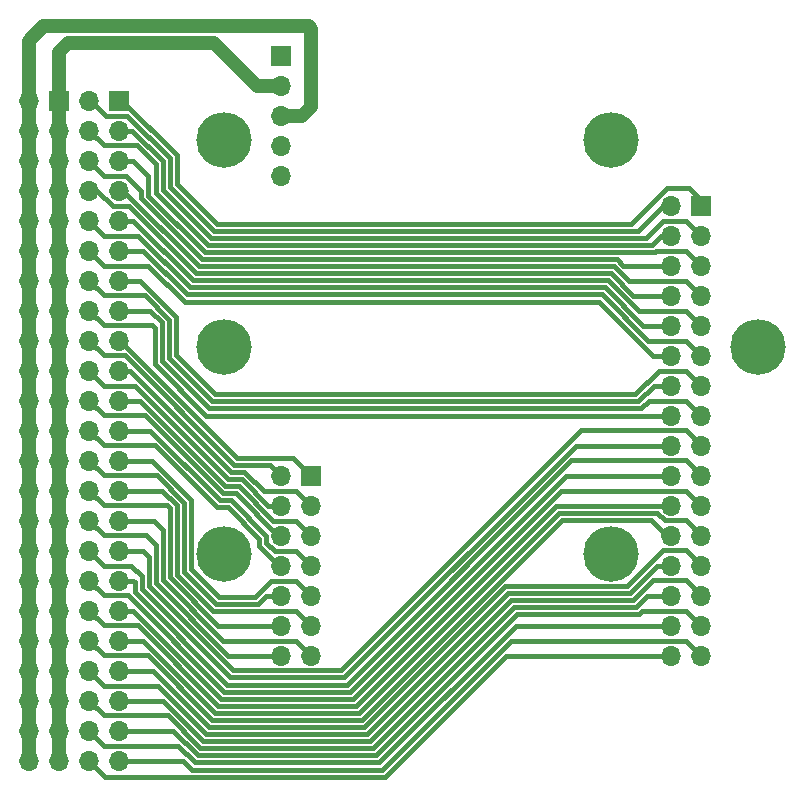
<source format=gbr>
%TF.GenerationSoftware,KiCad,Pcbnew,(5.1.7)-1*%
%TF.CreationDate,2023-11-14T09:03:03-07:00*%
%TF.ProjectId,SIOST,53494f53-542e-46b6-9963-61645f706362,rev?*%
%TF.SameCoordinates,PX6a95280PY5a1c5c0*%
%TF.FileFunction,Copper,L1,Top*%
%TF.FilePolarity,Positive*%
%FSLAX46Y46*%
G04 Gerber Fmt 4.6, Leading zero omitted, Abs format (unit mm)*
G04 Created by KiCad (PCBNEW (5.1.7)-1) date 2023-11-14 09:03:03*
%MOMM*%
%LPD*%
G01*
G04 APERTURE LIST*
%TA.AperFunction,ComponentPad*%
%ADD10O,1.700000X1.700000*%
%TD*%
%TA.AperFunction,ComponentPad*%
%ADD11R,1.700000X1.700000*%
%TD*%
%TA.AperFunction,ComponentPad*%
%ADD12C,4.700000*%
%TD*%
%TA.AperFunction,Conductor*%
%ADD13C,0.400000*%
%TD*%
%TA.AperFunction,Conductor*%
%ADD14C,1.200000*%
%TD*%
G04 APERTURE END LIST*
D10*
%TO.P,J4,14*%
%TO.N,/D31*%
X23876000Y11176000D03*
%TO.P,J4,13*%
%TO.N,/D30*%
X26416000Y11176000D03*
%TO.P,J4,12*%
%TO.N,/D29*%
X23876000Y13716000D03*
%TO.P,J4,11*%
%TO.N,/D28*%
X26416000Y13716000D03*
%TO.P,J4,10*%
%TO.N,/D27*%
X23876000Y16256000D03*
%TO.P,J4,9*%
%TO.N,/D26*%
X26416000Y16256000D03*
%TO.P,J4,8*%
%TO.N,/D25*%
X23876000Y18796000D03*
%TO.P,J4,7*%
%TO.N,/D24*%
X26416000Y18796000D03*
%TO.P,J4,6*%
%TO.N,/D23*%
X23876000Y21336000D03*
%TO.P,J4,5*%
%TO.N,/D22*%
X26416000Y21336000D03*
%TO.P,J4,4*%
%TO.N,/D21*%
X23876000Y23876000D03*
%TO.P,J4,3*%
%TO.N,/D20*%
X26416000Y23876000D03*
%TO.P,J4,2*%
%TO.N,/D19*%
X23876000Y26416000D03*
D11*
%TO.P,J4,1*%
%TO.N,/D18*%
X26416000Y26416000D03*
%TD*%
D12*
%TO.P,REF\u002A\u002A,1*%
%TO.N,N/C*%
X64262000Y37338000D03*
%TD*%
%TO.P,REF\u002A\u002A,1*%
%TO.N,N/C*%
X51816000Y19812000D03*
%TD*%
%TO.P,REF\u002A\u002A,1*%
%TO.N,N/C*%
X19050000Y54864000D03*
%TD*%
%TO.P,REF\u002A\u002A,1*%
%TO.N,N/C*%
X19050000Y37338000D03*
%TD*%
%TO.P,REF\u002A\u002A,1*%
%TO.N,N/C*%
X51816000Y54864000D03*
%TD*%
D10*
%TO.P,J2,46*%
%TO.N,/5V*%
X2540000Y2286000D03*
%TO.P,J2,45*%
%TO.N,/GND*%
X5080000Y2286000D03*
%TO.P,J2,44*%
%TO.N,/5V*%
X2540000Y4826000D03*
%TO.P,J2,43*%
%TO.N,/GND*%
X5080000Y4826000D03*
%TO.P,J2,42*%
%TO.N,/5V*%
X2540000Y7366000D03*
%TO.P,J2,41*%
%TO.N,/GND*%
X5080000Y7366000D03*
%TO.P,J2,40*%
%TO.N,/5V*%
X2540000Y9906000D03*
%TO.P,J2,39*%
%TO.N,/GND*%
X5080000Y9906000D03*
%TO.P,J2,38*%
%TO.N,/5V*%
X2540000Y12446000D03*
%TO.P,J2,37*%
%TO.N,/GND*%
X5080000Y12446000D03*
%TO.P,J2,36*%
%TO.N,/5V*%
X2540000Y14986000D03*
%TO.P,J2,35*%
%TO.N,/GND*%
X5080000Y14986000D03*
%TO.P,J2,34*%
%TO.N,/5V*%
X2540000Y17526000D03*
%TO.P,J2,33*%
%TO.N,/GND*%
X5080000Y17526000D03*
%TO.P,J2,32*%
%TO.N,/5V*%
X2540000Y20066000D03*
%TO.P,J2,31*%
%TO.N,/GND*%
X5080000Y20066000D03*
%TO.P,J2,30*%
%TO.N,/5V*%
X2540000Y22606000D03*
%TO.P,J2,29*%
%TO.N,/GND*%
X5080000Y22606000D03*
%TO.P,J2,28*%
%TO.N,/5V*%
X2540000Y25146000D03*
%TO.P,J2,27*%
%TO.N,/GND*%
X5080000Y25146000D03*
%TO.P,J2,26*%
%TO.N,/5V*%
X2540000Y27686000D03*
%TO.P,J2,25*%
%TO.N,/GND*%
X5080000Y27686000D03*
%TO.P,J2,24*%
%TO.N,/5V*%
X2540000Y30226000D03*
%TO.P,J2,23*%
%TO.N,/GND*%
X5080000Y30226000D03*
%TO.P,J2,22*%
%TO.N,/5V*%
X2540000Y32766000D03*
%TO.P,J2,21*%
%TO.N,/GND*%
X5080000Y32766000D03*
%TO.P,J2,20*%
%TO.N,/5V*%
X2540000Y35306000D03*
%TO.P,J2,19*%
%TO.N,/GND*%
X5080000Y35306000D03*
%TO.P,J2,18*%
%TO.N,/5V*%
X2540000Y37846000D03*
%TO.P,J2,17*%
%TO.N,/GND*%
X5080000Y37846000D03*
%TO.P,J2,16*%
%TO.N,/5V*%
X2540000Y40386000D03*
%TO.P,J2,15*%
%TO.N,/GND*%
X5080000Y40386000D03*
%TO.P,J2,14*%
%TO.N,/5V*%
X2540000Y42926000D03*
%TO.P,J2,13*%
%TO.N,/GND*%
X5080000Y42926000D03*
%TO.P,J2,12*%
%TO.N,/5V*%
X2540000Y45466000D03*
%TO.P,J2,11*%
%TO.N,/GND*%
X5080000Y45466000D03*
%TO.P,J2,10*%
%TO.N,/5V*%
X2540000Y48006000D03*
%TO.P,J2,9*%
%TO.N,/GND*%
X5080000Y48006000D03*
%TO.P,J2,8*%
%TO.N,/5V*%
X2540000Y50546000D03*
%TO.P,J2,7*%
%TO.N,/GND*%
X5080000Y50546000D03*
%TO.P,J2,6*%
%TO.N,/5V*%
X2540000Y53086000D03*
%TO.P,J2,5*%
%TO.N,/GND*%
X5080000Y53086000D03*
%TO.P,J2,4*%
%TO.N,/5V*%
X2540000Y55626000D03*
%TO.P,J2,3*%
%TO.N,/GND*%
X5080000Y55626000D03*
%TO.P,J2,2*%
%TO.N,/5V*%
X2540000Y58166000D03*
D11*
%TO.P,J2,1*%
%TO.N,/GND*%
X5080000Y58166000D03*
%TD*%
D10*
%TO.P,J5,32*%
%TO.N,/D47*%
X56896000Y11176000D03*
%TO.P,J5,31*%
%TO.N,/D46*%
X59436000Y11176000D03*
%TO.P,J5,30*%
%TO.N,/D45*%
X56896000Y13716000D03*
%TO.P,J5,29*%
%TO.N,/D44*%
X59436000Y13716000D03*
%TO.P,J5,28*%
%TO.N,/D43*%
X56896000Y16256000D03*
%TO.P,J5,27*%
%TO.N,/D42*%
X59436000Y16256000D03*
%TO.P,J5,26*%
%TO.N,/D41*%
X56896000Y18796000D03*
%TO.P,J5,25*%
%TO.N,/D40*%
X59436000Y18796000D03*
%TO.P,J5,24*%
%TO.N,/D39*%
X56896000Y21336000D03*
%TO.P,J5,23*%
%TO.N,/D38*%
X59436000Y21336000D03*
%TO.P,J5,22*%
%TO.N,/D37*%
X56896000Y23876000D03*
%TO.P,J5,21*%
%TO.N,/D36*%
X59436000Y23876000D03*
%TO.P,J5,20*%
%TO.N,/D35*%
X56896000Y26416000D03*
%TO.P,J5,19*%
%TO.N,/D34*%
X59436000Y26416000D03*
%TO.P,J5,18*%
%TO.N,/D33*%
X56896000Y28956000D03*
%TO.P,J5,17*%
%TO.N,/D32*%
X59436000Y28956000D03*
%TO.P,J5,16*%
%TO.N,/A15*%
X56896000Y31496000D03*
%TO.P,J5,15*%
%TO.N,/A14*%
X59436000Y31496000D03*
%TO.P,J5,14*%
%TO.N,/A13*%
X56896000Y34036000D03*
%TO.P,J5,13*%
%TO.N,/A12*%
X59436000Y34036000D03*
%TO.P,J5,12*%
%TO.N,/A11*%
X56896000Y36576000D03*
%TO.P,J5,11*%
%TO.N,/A10*%
X59436000Y36576000D03*
%TO.P,J5,10*%
%TO.N,/A9*%
X56896000Y39116000D03*
%TO.P,J5,9*%
%TO.N,/A8*%
X59436000Y39116000D03*
%TO.P,J5,8*%
%TO.N,/A7*%
X56896000Y41656000D03*
%TO.P,J5,7*%
%TO.N,/A6*%
X59436000Y41656000D03*
%TO.P,J5,6*%
%TO.N,/A5*%
X56896000Y44196000D03*
%TO.P,J5,5*%
%TO.N,/A4*%
X59436000Y44196000D03*
%TO.P,J5,4*%
%TO.N,/A3*%
X56896000Y46736000D03*
%TO.P,J5,3*%
%TO.N,/A2*%
X59436000Y46736000D03*
%TO.P,J5,2*%
%TO.N,/A1*%
X56896000Y49276000D03*
D11*
%TO.P,J5,1*%
%TO.N,/A0*%
X59436000Y49276000D03*
%TD*%
D10*
%TO.P,J3,46*%
%TO.N,/D47*%
X7620000Y2286000D03*
%TO.P,J3,45*%
%TO.N,/D46*%
X10160000Y2286000D03*
%TO.P,J3,44*%
%TO.N,/D45*%
X7620000Y4826000D03*
%TO.P,J3,43*%
%TO.N,/D44*%
X10160000Y4826000D03*
%TO.P,J3,42*%
%TO.N,/D43*%
X7620000Y7366000D03*
%TO.P,J3,41*%
%TO.N,/D42*%
X10160000Y7366000D03*
%TO.P,J3,40*%
%TO.N,/D41*%
X7620000Y9906000D03*
%TO.P,J3,39*%
%TO.N,/D40*%
X10160000Y9906000D03*
%TO.P,J3,38*%
%TO.N,/D39*%
X7620000Y12446000D03*
%TO.P,J3,37*%
%TO.N,/D38*%
X10160000Y12446000D03*
%TO.P,J3,36*%
%TO.N,/D37*%
X7620000Y14986000D03*
%TO.P,J3,35*%
%TO.N,/D36*%
X10160000Y14986000D03*
%TO.P,J3,34*%
%TO.N,/D35*%
X7620000Y17526000D03*
%TO.P,J3,33*%
%TO.N,/D34*%
X10160000Y17526000D03*
%TO.P,J3,32*%
%TO.N,/D33*%
X7620000Y20066000D03*
%TO.P,J3,31*%
%TO.N,/D32*%
X10160000Y20066000D03*
%TO.P,J3,30*%
%TO.N,/D31*%
X7620000Y22606000D03*
%TO.P,J3,29*%
%TO.N,/D30*%
X10160000Y22606000D03*
%TO.P,J3,28*%
%TO.N,/D29*%
X7620000Y25146000D03*
%TO.P,J3,27*%
%TO.N,/D28*%
X10160000Y25146000D03*
%TO.P,J3,26*%
%TO.N,/D27*%
X7620000Y27686000D03*
%TO.P,J3,25*%
%TO.N,/D26*%
X10160000Y27686000D03*
%TO.P,J3,24*%
%TO.N,/D25*%
X7620000Y30226000D03*
%TO.P,J3,23*%
%TO.N,/D24*%
X10160000Y30226000D03*
%TO.P,J3,22*%
%TO.N,/D23*%
X7620000Y32766000D03*
%TO.P,J3,21*%
%TO.N,/D22*%
X10160000Y32766000D03*
%TO.P,J3,20*%
%TO.N,/D21*%
X7620000Y35306000D03*
%TO.P,J3,19*%
%TO.N,/D20*%
X10160000Y35306000D03*
%TO.P,J3,18*%
%TO.N,/D19*%
X7620000Y37846000D03*
%TO.P,J3,17*%
%TO.N,/D18*%
X10160000Y37846000D03*
%TO.P,J3,16*%
%TO.N,/A15*%
X7620000Y40386000D03*
%TO.P,J3,15*%
%TO.N,/A14*%
X10160000Y40386000D03*
%TO.P,J3,14*%
%TO.N,/A13*%
X7620000Y42926000D03*
%TO.P,J3,13*%
%TO.N,/A12*%
X10160000Y42926000D03*
%TO.P,J3,12*%
%TO.N,/A11*%
X7620000Y45466000D03*
%TO.P,J3,11*%
%TO.N,/A10*%
X10160000Y45466000D03*
%TO.P,J3,10*%
%TO.N,/A9*%
X7620000Y48006000D03*
%TO.P,J3,9*%
%TO.N,/A8*%
X10160000Y48006000D03*
%TO.P,J3,8*%
%TO.N,/A7*%
X7620000Y50546000D03*
%TO.P,J3,7*%
%TO.N,/A6*%
X10160000Y50546000D03*
%TO.P,J3,6*%
%TO.N,/A5*%
X7620000Y53086000D03*
%TO.P,J3,5*%
%TO.N,/A4*%
X10160000Y53086000D03*
%TO.P,J3,4*%
%TO.N,/A3*%
X7620000Y55626000D03*
%TO.P,J3,3*%
%TO.N,/A2*%
X10160000Y55626000D03*
%TO.P,J3,2*%
%TO.N,/A1*%
X7620000Y58166000D03*
D11*
%TO.P,J3,1*%
%TO.N,/A0*%
X10160000Y58166000D03*
%TD*%
D12*
%TO.P,REF\u002A\u002A,1*%
%TO.N,N/C*%
X19050000Y19812000D03*
%TD*%
D11*
%TO.P,J1,1*%
%TO.N,Net-(J1-Pad1)*%
X23876000Y61976000D03*
D10*
%TO.P,J1,2*%
%TO.N,/GND*%
X23876000Y59436000D03*
%TO.P,J1,3*%
%TO.N,/5V*%
X23876000Y56896000D03*
%TO.P,J1,4*%
%TO.N,Net-(J1-Pad4)*%
X23876000Y54356000D03*
%TO.P,J1,5*%
%TO.N,Net-(J1-Pad5)*%
X23876000Y51816000D03*
%TD*%
D13*
%TO.N,/D45*%
X15133699Y3536001D02*
X8909999Y3536001D01*
X32166917Y2125869D02*
X16543831Y2125869D01*
X43757048Y13716000D02*
X32166917Y2125869D01*
X8909999Y3536001D02*
X7620000Y4826000D01*
X16543831Y2125869D02*
X15133699Y3536001D01*
X43757048Y13716000D02*
X56896000Y13716000D01*
%TO.N,/D33*%
X8909999Y18776001D02*
X7620000Y20066000D01*
X11195999Y18776001D02*
X8909999Y18776001D01*
X12055936Y17916064D02*
X11195999Y18776001D01*
X12055937Y16796267D02*
X12055936Y17916064D01*
X29184533Y9325989D02*
X19526215Y9325989D01*
X19526215Y9325989D02*
X12055937Y16796267D01*
X48814544Y28956000D02*
X29184533Y9325989D01*
X48814544Y28956000D02*
X56896000Y28956000D01*
%TO.N,/A13*%
X57404000Y34036000D02*
X56896000Y34036000D01*
X14385990Y36344346D02*
X14443168Y36287168D01*
X14385990Y39629468D02*
X14385990Y36344346D01*
X12339459Y41675999D02*
X14385990Y39629468D01*
X8870001Y41675999D02*
X12339459Y41675999D01*
X7620000Y42926000D02*
X8870001Y41675999D01*
X18034316Y32696020D02*
X14443168Y36287168D01*
X56896000Y34036000D02*
X55458542Y34036000D01*
X55458542Y34036000D02*
X54118562Y32696020D01*
X53917980Y32696020D02*
X18034316Y32696020D01*
X54118562Y32696020D02*
X53917980Y32696020D01*
%TO.N,/A11*%
X57063458Y36576000D02*
X57404000Y36576000D01*
X15696290Y41096290D02*
X15748000Y41148000D01*
X12616579Y44176001D02*
X15696290Y41096290D01*
X8909999Y44176001D02*
X12616579Y44176001D01*
X7620000Y45466000D02*
X8909999Y44176001D01*
X55372000Y36576000D02*
X50800000Y41148000D01*
X56896000Y36576000D02*
X55372000Y36576000D01*
X15748000Y41148000D02*
X50800000Y41148000D01*
%TO.N,/A9*%
X57404000Y39116000D02*
X57404000Y39370000D01*
X8890000Y46736000D02*
X7620000Y48006000D01*
X11753664Y46736000D02*
X8890000Y46736000D01*
X16141644Y42348020D02*
X11753664Y46736000D01*
X56896000Y39116000D02*
X54529084Y39116000D01*
X51297064Y42348020D02*
X51123980Y42348020D01*
X54529084Y39116000D02*
X51297064Y42348020D01*
X51123980Y42348020D02*
X16141644Y42348020D01*
%TO.N,/A7*%
X8309998Y50546000D02*
X9599997Y49256001D01*
X7620000Y50546000D02*
X8309998Y50546000D01*
X10960622Y49256001D02*
X10941999Y49256001D01*
X57404000Y41656000D02*
X56734168Y41656000D01*
X16668583Y43548040D02*
X10960622Y49256001D01*
X9599997Y49256001D02*
X10941999Y49256001D01*
X56896000Y41656000D02*
X53686168Y41656000D01*
X51794128Y43548040D02*
X51676040Y43548040D01*
X51676040Y43548040D02*
X16668583Y43548040D01*
X53686168Y41656000D02*
X51794128Y43548040D01*
%TO.N,/A5*%
X8890000Y51816000D02*
X7620000Y53086000D01*
X10740002Y51816000D02*
X8890000Y51816000D01*
X17165647Y44748060D02*
X12033853Y49879854D01*
X12033853Y50522149D02*
X10740002Y51816000D01*
X12033853Y49879854D02*
X12033853Y50522149D01*
X52291192Y44748060D02*
X52114060Y44748060D01*
X52843252Y44196000D02*
X52291192Y44748060D01*
X56896000Y44196000D02*
X52843252Y44196000D01*
X52114060Y44748060D02*
X17165647Y44748060D01*
%TO.N,/A3*%
X55259538Y45948080D02*
X17662711Y45948080D01*
X17662711Y45948080D02*
X13233873Y50376918D01*
X13233873Y50376918D02*
X13233873Y52806127D01*
X8870001Y54375999D02*
X7620000Y55626000D01*
X11664001Y54375999D02*
X8870001Y54375999D01*
X13233873Y52806127D02*
X11664001Y54375999D01*
X56047458Y46736000D02*
X55259538Y45948080D01*
X56896000Y46736000D02*
X56047458Y46736000D01*
D14*
%TO.N,/GND*%
X5080000Y58166000D02*
X5080000Y55626000D01*
X5080000Y55626000D02*
X5080000Y53086000D01*
X5080000Y53086000D02*
X5080000Y50546000D01*
X5080000Y50546000D02*
X5080000Y48006000D01*
X5080000Y48006000D02*
X5080000Y45466000D01*
X5080000Y45466000D02*
X5080000Y42926000D01*
X5080000Y42926000D02*
X5080000Y40386000D01*
X5080000Y40386000D02*
X5080000Y37846000D01*
X5080000Y37846000D02*
X5080000Y35306000D01*
X5080000Y35306000D02*
X5080000Y32766000D01*
X5080000Y32766000D02*
X5080000Y30226000D01*
X5080000Y30226000D02*
X5080000Y27686000D01*
X5080000Y27686000D02*
X5080000Y25146000D01*
X5080000Y25146000D02*
X5080000Y22606000D01*
X5080000Y22606000D02*
X5080000Y20066000D01*
X5080000Y20066000D02*
X5080000Y17526000D01*
X5080000Y17526000D02*
X5080000Y14986000D01*
X5080000Y14986000D02*
X5080000Y12446000D01*
X5080000Y12446000D02*
X5080000Y9906000D01*
X5080000Y9906000D02*
X5080000Y7366000D01*
X5080000Y7366000D02*
X5080000Y4826000D01*
X5080000Y4826000D02*
X5080000Y2286000D01*
X21844000Y59436000D02*
X23876000Y59436000D01*
X18227020Y63052980D02*
X21844000Y59436000D01*
X5842000Y63052980D02*
X18227020Y63052980D01*
X5080000Y62290980D02*
X5842000Y63052980D01*
X5080000Y58166000D02*
X5080000Y62290980D01*
%TO.N,/5V*%
X2540000Y58166000D02*
X2540000Y55626000D01*
X2540000Y55626000D02*
X2540000Y53086000D01*
X2540000Y53086000D02*
X2540000Y50546000D01*
X2540000Y50546000D02*
X2540000Y48006000D01*
X2540000Y48006000D02*
X2540000Y45466000D01*
X2540000Y45466000D02*
X2540000Y42926000D01*
X2540000Y42926000D02*
X2540000Y40386000D01*
X2540000Y40386000D02*
X2540000Y37846000D01*
X2540000Y37846000D02*
X2540000Y35306000D01*
X2540000Y35306000D02*
X2540000Y32766000D01*
X2540000Y32766000D02*
X2540000Y30226000D01*
X2540000Y30226000D02*
X2540000Y27686000D01*
X2540000Y27686000D02*
X2540000Y25146000D01*
X2540000Y25146000D02*
X2540000Y22606000D01*
X2540000Y22606000D02*
X2540000Y20066000D01*
X2540000Y20066000D02*
X2540000Y17526000D01*
X2540000Y17526000D02*
X2540000Y14986000D01*
X2540000Y14986000D02*
X2540000Y12446000D01*
X2540000Y12446000D02*
X2540000Y9906000D01*
X2540000Y9906000D02*
X2540000Y7366000D01*
X2540000Y7366000D02*
X2540000Y4826000D01*
X2540000Y4826000D02*
X2540000Y2286000D01*
X25654000Y56896000D02*
X23876000Y56896000D01*
X26416000Y57658000D02*
X25654000Y56896000D01*
X26416000Y64262000D02*
X26416000Y57658000D01*
X26225010Y64452990D02*
X26416000Y64262000D01*
X3746990Y64452990D02*
X26225010Y64452990D01*
X2540000Y63246000D02*
X3746990Y64452990D01*
X2540000Y58166000D02*
X2540000Y63246000D01*
D13*
%TO.N,/A0*%
X15033901Y51122516D02*
X18408307Y47748110D01*
X15033901Y53551723D02*
X15033901Y51122516D01*
X10419626Y58166000D02*
X15033901Y53551723D01*
X10160000Y58166000D02*
X10419626Y58166000D01*
X59436000Y49276000D02*
X59436000Y49784000D01*
X59436000Y49784000D02*
X58420000Y50800000D01*
X53518108Y47748110D02*
X53343890Y47748110D01*
X56569998Y50800000D02*
X53518108Y47748110D01*
X58420000Y50800000D02*
X56569998Y50800000D01*
X18408307Y47748110D02*
X53343890Y47748110D01*
%TO.N,/A1*%
X57404000Y49276000D02*
X56890374Y49276000D01*
X7739998Y58166000D02*
X7620000Y58166000D01*
X10841084Y56896000D02*
X9009998Y56896000D01*
X14433892Y53303192D02*
X10841084Y56896000D01*
X9009998Y56896000D02*
X7739998Y58166000D01*
X14433893Y50873982D02*
X14433892Y53303192D01*
X18159775Y47148100D02*
X14433893Y50873982D01*
X54100422Y47148100D02*
X18159775Y47148100D01*
X56228322Y49276000D02*
X54100422Y47148100D01*
X56896000Y49276000D02*
X56228322Y49276000D01*
%TO.N,/A2*%
X10160000Y55626000D02*
X11262542Y55626000D01*
X11262542Y55626000D02*
X13833883Y53054659D01*
X13833883Y53054659D02*
X13833883Y50625450D01*
X13833883Y50625450D02*
X17911243Y46548090D01*
X56235821Y47986001D02*
X54797910Y46548090D01*
X58185999Y47986001D02*
X56235821Y47986001D01*
X59436000Y46736000D02*
X58185999Y47986001D01*
X17911243Y46548090D02*
X54797910Y46548090D01*
%TO.N,/A4*%
X59254002Y44196000D02*
X59944000Y44196000D01*
X11362081Y53086000D02*
X10160000Y53086000D01*
X12633863Y51814218D02*
X11362081Y53086000D01*
X12633863Y50128386D02*
X12633863Y51814218D01*
X17414179Y45348070D02*
X12633863Y50128386D01*
X55508070Y45348070D02*
X17414179Y45348070D01*
X55606001Y45446001D02*
X55508070Y45348070D01*
X58185999Y45446001D02*
X55606001Y45446001D01*
X59436000Y44196000D02*
X58185999Y45446001D01*
%TO.N,/A6*%
X10160000Y50546000D02*
X10489290Y50546000D01*
X10519165Y50546000D02*
X10160000Y50546000D01*
X16917115Y44148050D02*
X10519165Y50546000D01*
X52042660Y44148050D02*
X51863950Y44148050D01*
X53284709Y42906001D02*
X52042660Y44148050D01*
X58185999Y42906001D02*
X53284709Y42906001D01*
X59436000Y41656000D02*
X58185999Y42906001D01*
X51863950Y44148050D02*
X16917115Y44148050D01*
%TO.N,/A8*%
X11362081Y48006000D02*
X10160000Y48006000D01*
X16390176Y42977905D02*
X11362081Y48006000D01*
X16390176Y42948030D02*
X16390176Y42977905D01*
X58185999Y40366001D02*
X54127625Y40366001D01*
X59436000Y39116000D02*
X58185999Y40366001D01*
X51545596Y42948030D02*
X51330030Y42948030D01*
X54127625Y40366001D02*
X51545596Y42948030D01*
X51330030Y42948030D02*
X16390176Y42948030D01*
%TO.N,/A10*%
X12175122Y45466000D02*
X15893112Y41748010D01*
X10160000Y45466000D02*
X12175122Y45466000D01*
X58185999Y37826001D02*
X54970541Y37826001D01*
X59436000Y36576000D02*
X58185999Y37826001D01*
X51048532Y41748010D02*
X50961990Y41748010D01*
X54970541Y37826001D02*
X51048532Y41748010D01*
X15893112Y41748010D02*
X50961990Y41748010D01*
%TO.N,/A12*%
X10160000Y42926000D02*
X10318544Y42926000D01*
X15121439Y36457439D02*
X15375439Y36203439D01*
X15375439Y36203439D02*
X18282848Y33296030D01*
X14986000Y36592878D02*
X15375439Y36203439D01*
X10160000Y42926000D02*
X11938000Y42926000D01*
X11938000Y42926000D02*
X14986000Y39878000D01*
X14986000Y39878000D02*
X14986000Y36592878D01*
X58185999Y35286001D02*
X55860001Y35286001D01*
X59436000Y34036000D02*
X58185999Y35286001D01*
X55860001Y35286001D02*
X53870030Y33296030D01*
X53870030Y33296030D02*
X53825970Y33296030D01*
X18282848Y33296030D02*
X53825970Y33296030D01*
%TO.N,/A14*%
X10160000Y40386000D02*
X12780916Y40386000D01*
X12780916Y40386000D02*
X13785980Y39380936D01*
X13785980Y36095814D02*
X13891897Y35989897D01*
X13785980Y39380936D02*
X13785980Y36095814D01*
X13891897Y35989897D02*
X17785784Y32096010D01*
X59436000Y31496000D02*
X58166000Y32766000D01*
X54367094Y32096010D02*
X54263990Y32096010D01*
X58166000Y32766000D02*
X55037084Y32766000D01*
X55037084Y32766000D02*
X54367094Y32096010D01*
X17785784Y32096010D02*
X54263990Y32096010D01*
%TO.N,/A15*%
X17537252Y31496000D02*
X56896000Y31496000D01*
X13185970Y35847282D02*
X17537252Y31496000D01*
X13185970Y38884030D02*
X13185970Y35847282D01*
X12934001Y39135999D02*
X13185970Y38884030D01*
X8870001Y39135999D02*
X12934001Y39135999D01*
X7620000Y40386000D02*
X8870001Y39135999D01*
%TO.N,/D32*%
X10160000Y20066000D02*
X10414000Y20066000D01*
X10160000Y20066000D02*
X12147945Y20066000D01*
X12655946Y19557999D02*
X12655946Y17044800D01*
X12147945Y20066000D02*
X12655946Y19557999D01*
X19774747Y9925999D02*
X28936001Y9925999D01*
X12655946Y17044800D02*
X19774747Y9925999D01*
X49256001Y30245999D02*
X28936001Y9925999D01*
X58146001Y30245999D02*
X59436000Y28956000D01*
X49256001Y30245999D02*
X58146001Y30245999D01*
%TO.N,/D34*%
X11455928Y17432153D02*
X11362081Y17526000D01*
X11455928Y16547734D02*
X11455928Y17432153D01*
X19277683Y8725979D02*
X11455928Y16547734D01*
X11362081Y17526000D02*
X10160000Y17526000D01*
X29433065Y8725979D02*
X19277683Y8725979D01*
X48413085Y27705999D02*
X29433065Y8725979D01*
X58146001Y27705999D02*
X59436000Y26416000D01*
X48413085Y27705999D02*
X58146001Y27705999D01*
%TO.N,/D35*%
X8870001Y16275999D02*
X7620000Y17526000D01*
X10879121Y16275999D02*
X8870001Y16275999D01*
X19029151Y8125969D02*
X10879121Y16275999D01*
X29681597Y8125969D02*
X19029151Y8125969D01*
X47971628Y26416000D02*
X29681597Y8125969D01*
X47971628Y26416000D02*
X56896000Y26416000D01*
%TO.N,/D36*%
X11320578Y14986000D02*
X10160000Y14986000D01*
X18780619Y7525959D02*
X11320578Y14986000D01*
X47530171Y25126001D02*
X29930129Y7525959D01*
X29930129Y7525959D02*
X18780619Y7525959D01*
X58166000Y25146000D02*
X59436000Y23876000D01*
X56315998Y25146000D02*
X58166000Y25146000D01*
X56295999Y25126001D02*
X56315998Y25146000D01*
X47530171Y25126001D02*
X56295999Y25126001D01*
%TO.N,/D37*%
X30178661Y6925949D02*
X47128712Y23876000D01*
X18532087Y6925949D02*
X30178661Y6925949D01*
X11722037Y13735999D02*
X18532087Y6925949D01*
X8870001Y13735999D02*
X11722037Y13735999D01*
X7620000Y14986000D02*
X8870001Y13735999D01*
X47128712Y23876000D02*
X56896000Y23876000D01*
%TO.N,/D38*%
X58146001Y22625999D02*
X59436000Y21336000D01*
X47377244Y23275990D02*
X55718010Y23275990D01*
X55718010Y23275990D02*
X56368001Y22625999D01*
X30427193Y6325939D02*
X47377244Y23275990D01*
X18283555Y6325939D02*
X30427193Y6325939D01*
X56368001Y22625999D02*
X58146001Y22625999D01*
X12163494Y12446000D02*
X18283555Y6325939D01*
X10160000Y12446000D02*
X12163494Y12446000D01*
%TO.N,/D39*%
X8870001Y11195999D02*
X7620000Y12446000D01*
X12564953Y11195999D02*
X8870001Y11195999D01*
X18035023Y5725929D02*
X12564953Y11195999D01*
X30675725Y5725929D02*
X18035023Y5725929D01*
X55215478Y22675980D02*
X47625776Y22675980D01*
X47625776Y22675980D02*
X30675725Y5725929D01*
X57404000Y21336000D02*
X57150000Y21336000D01*
X56555458Y21336000D02*
X56896000Y21336000D01*
X55215478Y22675980D02*
X56555458Y21336000D01*
%TO.N,/D31*%
X12426001Y21355999D02*
X13255954Y20526046D01*
X8870001Y21355999D02*
X12426001Y21355999D01*
X7620000Y22606000D02*
X8870001Y21355999D01*
X13255954Y20526046D02*
X13255955Y17293333D01*
X19373288Y11176000D02*
X23876000Y11176000D01*
X13255955Y17293333D02*
X19373288Y11176000D01*
%TO.N,/D30*%
X13855964Y21843999D02*
X13093963Y22606000D01*
X13855964Y17541866D02*
X13855964Y21843999D01*
X18971829Y12426001D02*
X13855964Y17541866D01*
X25165999Y12426001D02*
X18971829Y12426001D01*
X13093963Y22606000D02*
X10160000Y22606000D01*
X26416000Y11176000D02*
X25165999Y12426001D01*
%TO.N,/D29*%
X8870001Y23895999D02*
X7620000Y25146000D01*
X14198375Y23895999D02*
X8870001Y23895999D01*
X14455972Y23638402D02*
X14198375Y23895999D01*
X14455973Y17790399D02*
X14455972Y23638402D01*
X18530372Y13716000D02*
X14455973Y17790399D01*
X23876000Y13716000D02*
X18530372Y13716000D01*
%TO.N,/D28*%
X13796916Y25146000D02*
X10160000Y25146000D01*
X15055982Y18038932D02*
X15055982Y23886934D01*
X18128913Y14966001D02*
X15055982Y18038932D01*
X15055982Y23886934D02*
X13796916Y25146000D01*
X25165999Y14966001D02*
X18128913Y14966001D01*
X26416000Y13716000D02*
X25165999Y14966001D01*
%TO.N,/D27*%
X8870001Y26435999D02*
X7620000Y27686000D01*
X13355459Y26435999D02*
X8870001Y26435999D01*
X15655990Y24135468D02*
X13355459Y26435999D01*
X18377445Y15566011D02*
X15655991Y18287465D01*
X21916011Y15566011D02*
X18377445Y15566011D01*
X15655991Y18287465D02*
X15655990Y24135468D01*
X22606000Y16256000D02*
X21916011Y15566011D01*
X23876000Y16256000D02*
X22606000Y16256000D01*
%TO.N,/D26*%
X10160000Y27686000D02*
X10318544Y27686000D01*
X12954000Y27686000D02*
X10160000Y27686000D01*
X16256000Y24384000D02*
X12954000Y27686000D01*
X16256000Y18535998D02*
X16256000Y24384000D01*
X21667479Y16166021D02*
X18625977Y16166021D01*
X23007459Y17506001D02*
X21667479Y16166021D01*
X25165999Y17506001D02*
X23007459Y17506001D01*
X18625977Y16166021D02*
X16256000Y18535998D01*
X26416000Y16256000D02*
X25165999Y17506001D01*
%TO.N,/D25*%
X8870001Y28975999D02*
X13176750Y28975999D01*
X7620000Y30226000D02*
X8870001Y28975999D01*
X18412815Y23739935D02*
X19353523Y23739935D01*
X13176750Y28975999D02*
X18412815Y23739935D01*
X23717456Y18796000D02*
X23876000Y18796000D01*
X22025990Y20487466D02*
X23717456Y18796000D01*
X22025989Y21067469D02*
X22025990Y20487466D01*
X19353523Y23739935D02*
X22025989Y21067469D01*
%TO.N,/D24*%
X10160000Y30226000D02*
X12775290Y30226000D01*
X12775290Y30226000D02*
X18661347Y24339945D01*
X25165999Y20046001D02*
X26416000Y18796000D01*
X23315997Y20046001D02*
X25165999Y20046001D01*
X22625999Y20735999D02*
X23315997Y20046001D01*
X22625999Y21316001D02*
X22625999Y20735999D01*
X19602055Y24339945D02*
X22625999Y21316001D01*
X18661347Y24339945D02*
X19602055Y24339945D01*
%TO.N,/D23*%
X23876000Y21336000D02*
X23622000Y21336000D01*
X23622000Y21336000D02*
X20018047Y24939953D01*
X20018047Y24939953D02*
X18909878Y24939954D01*
X8870001Y31515999D02*
X7620000Y32766000D01*
X12333833Y31515999D02*
X8870001Y31515999D01*
X18909878Y24939954D02*
X12333833Y31515999D01*
%TO.N,/D22*%
X11932374Y32766000D02*
X10160000Y32766000D01*
X19158411Y25539963D02*
X11932374Y32766000D01*
X25165999Y22586001D02*
X23220541Y22586001D01*
X26416000Y21336000D02*
X25165999Y22586001D01*
X20266578Y25539962D02*
X19158410Y25539963D01*
X23220541Y22586001D02*
X20266578Y25539962D01*
%TO.N,/D21*%
X11530915Y34016001D02*
X8909999Y34016001D01*
X19406944Y26139972D02*
X11530915Y34016001D01*
X8909999Y34016001D02*
X7620000Y35306000D01*
X23876000Y23876000D02*
X22779082Y23876000D01*
X20515110Y26139972D02*
X19406944Y26139972D01*
X22779082Y23876000D02*
X20515110Y26139972D01*
%TO.N,/D20*%
X11089458Y35306000D02*
X10160000Y35306000D01*
X19655478Y26739982D02*
X11089458Y35306000D01*
X25165999Y25126001D02*
X22377623Y25126001D01*
X26416000Y23876000D02*
X25165999Y25126001D01*
X20763642Y26739982D02*
X19655478Y26739982D01*
X22377623Y25126001D02*
X20763642Y26739982D01*
%TO.N,/D19*%
X23529990Y26762010D02*
X23876000Y26416000D01*
X8870001Y36595999D02*
X7620000Y37846000D01*
X10648001Y36595999D02*
X8870001Y36595999D01*
X23876000Y26416000D02*
X22952010Y27339990D01*
X22952010Y27339990D02*
X19904009Y27339991D01*
X19904009Y27339991D02*
X10648001Y36595999D01*
%TO.N,/D18*%
X20152542Y27940000D02*
X24892000Y27940000D01*
X24892000Y27940000D02*
X26416000Y26416000D01*
X10414000Y37678542D02*
X20152542Y27940000D01*
X10414000Y37846000D02*
X10414000Y37678542D01*
X10160000Y37846000D02*
X10414000Y37846000D01*
%TO.N,/D47*%
X8980151Y925849D02*
X7620000Y2286000D01*
X42914132Y11176000D02*
X32663981Y925849D01*
X32663981Y925849D02*
X8980151Y925849D01*
X42914132Y11176000D02*
X56896000Y11176000D01*
%TO.N,/D46*%
X58185999Y12426001D02*
X59436000Y11176000D01*
X43315591Y12426001D02*
X58185999Y12426001D01*
X32415449Y1525859D02*
X43315591Y12426001D01*
X16295299Y1525859D02*
X32415449Y1525859D01*
X15535158Y2286000D02*
X16295299Y1525859D01*
X10160000Y2286000D02*
X15535158Y2286000D01*
%TO.N,/D44*%
X31918385Y2725879D02*
X16792363Y2725879D01*
X43854465Y14661959D02*
X31918385Y2725879D01*
X54130129Y14661959D02*
X43854465Y14661959D01*
X14692242Y4826000D02*
X10160000Y4826000D01*
X16792363Y2725879D02*
X14692242Y4826000D01*
X54454170Y14986000D02*
X54130129Y14661959D01*
X58166000Y14986000D02*
X59436000Y13716000D01*
X54454170Y14986000D02*
X58166000Y14986000D01*
%TO.N,/D43*%
X8870001Y6115999D02*
X7620000Y7366000D01*
X14250785Y6115999D02*
X8870001Y6115999D01*
X17040895Y3325889D02*
X14250785Y6115999D01*
X31669853Y3325889D02*
X17040895Y3325889D01*
X43605933Y15261969D02*
X31669853Y3325889D01*
X53881597Y15261969D02*
X43605933Y15261969D01*
X54875628Y16256000D02*
X53881597Y15261969D01*
X54875628Y16256000D02*
X56896000Y16256000D01*
%TO.N,/D42*%
X13849326Y7366000D02*
X10160000Y7366000D01*
X17289427Y3925899D02*
X13849326Y7366000D01*
X31421321Y3925899D02*
X17289427Y3925899D01*
X43357401Y15861979D02*
X31421321Y3925899D01*
X53633065Y15861979D02*
X43357401Y15861979D01*
X55317085Y17545999D02*
X53633065Y15861979D01*
X58146001Y17545999D02*
X59436000Y16256000D01*
X55317085Y17545999D02*
X58146001Y17545999D01*
%TO.N,/D41*%
X8909999Y8616001D02*
X13447867Y8616001D01*
X7620000Y9906000D02*
X8909999Y8616001D01*
X13447867Y8616001D02*
X17537959Y4525909D01*
X55718544Y18796000D02*
X53384533Y16461989D01*
X53384533Y16461989D02*
X43108869Y16461989D01*
X43108869Y16461989D02*
X31172789Y4525909D01*
X31172789Y4525909D02*
X28748091Y4525909D01*
X28748091Y4525909D02*
X28956000Y4525909D01*
X17537959Y4525909D02*
X28748091Y4525909D01*
X55718544Y18796000D02*
X56896000Y18796000D01*
%TO.N,/D40*%
X17786491Y5125919D02*
X13006410Y9906000D01*
X30924257Y5125919D02*
X17786491Y5125919D01*
X42860337Y17061999D02*
X30924257Y5125919D01*
X53136001Y17061999D02*
X42860337Y17061999D01*
X13006410Y9906000D02*
X10160000Y9906000D01*
X56160001Y20085999D02*
X53136001Y17061999D01*
X58146001Y20085999D02*
X59436000Y18796000D01*
X56160001Y20085999D02*
X58146001Y20085999D01*
%TD*%
M02*

</source>
